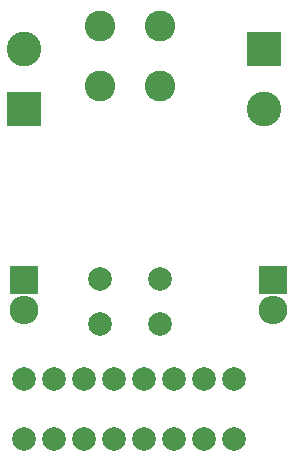
<source format=gts>
G04 #@! TF.FileFunction,Soldermask,Top*
%FSLAX46Y46*%
G04 Gerber Fmt 4.6, Leading zero omitted, Abs format (unit mm)*
G04 Created by KiCad (PCBNEW 4.0.0-stable) date 04.02.2016 17:28:42*
%MOMM*%
G01*
G04 APERTURE LIST*
%ADD10C,0.100000*%
%ADD11C,2.000000*%
%ADD12R,2.940000X2.940000*%
%ADD13C,2.940000*%
%ADD14C,2.600000*%
%ADD15R,2.432000X2.432000*%
%ADD16O,2.432000X2.432000*%
G04 APERTURE END LIST*
D10*
D11*
X142240000Y-109220000D03*
X142240000Y-114300000D03*
X144780000Y-109220000D03*
X144780000Y-114300000D03*
X139700000Y-114300000D03*
X139700000Y-109220000D03*
X147320000Y-114300000D03*
X147320000Y-109220000D03*
X149860000Y-114300000D03*
X152400000Y-114300000D03*
X154940000Y-114300000D03*
X157480000Y-114300000D03*
X149860000Y-109220000D03*
X152400000Y-109220000D03*
X154940000Y-109220000D03*
X157480000Y-109220000D03*
D12*
X160020000Y-81280000D03*
D13*
X160020000Y-86360000D03*
D12*
X139700000Y-86360000D03*
D13*
X139700000Y-81280000D03*
D11*
X151200000Y-100760000D03*
D14*
X151200000Y-84380000D03*
X151200000Y-79340000D03*
D11*
X151200000Y-104540000D03*
X146120000Y-100760000D03*
D14*
X146120000Y-84380000D03*
X146120000Y-79340000D03*
D11*
X146120000Y-104540000D03*
D15*
X139700000Y-100838000D03*
D16*
X139700000Y-103378000D03*
D15*
X160782000Y-100838000D03*
D16*
X160782000Y-103378000D03*
M02*

</source>
